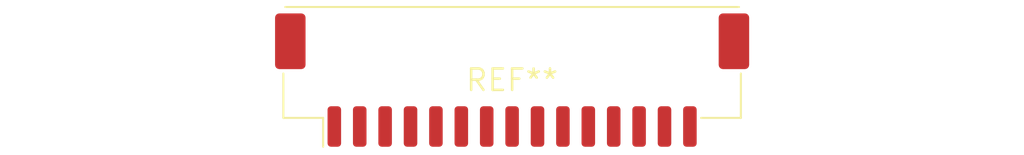
<source format=kicad_pcb>
(kicad_pcb (version 20240108) (generator pcbnew)
  (layers (0 "F.Cu" signal) (31 "B.Cu" signal) (34 "B.Paste" user) (35 "F.Paste" user) (36 "B.SilkS" user "B.Silkscreen") (37 "F.SilkS" user "F.Silkscreen") (38 "B.Mask" user) (39 "F.Mask" user) (44 "Edge.Cuts" user))
  (net 0 "")
  (footprint "Molex_CLIK-Mate_505405-1570_1x15-1MP_P1.50mm_Vertical" (layer "F.Cu") (at 0 0)
    (property "Reference" "REF**")
    (property "Value" "Molex_CLIK-Mate_505405-1570_1x15-1MP_P1.50mm_Vertical")
    (fp_line (start -13.51 -0.39) (end -13.51 2.24) (layer "F.SilkS") (stroke (width 0.12)))
    (fp_line (start -13.51 2.24) (end -11.16 2.24) (layer "F.SilkS") (stroke (width 0.12)))
    (fp_line (start -13.4 -4.33) (end 13.4 -4.33) (layer "F.SilkS") (stroke (width 0.12)))
    (fp_line (start -11.16 2.24) (end -11.16 3.95) (layer "F.SilkS") (stroke (width 0.12)))
    (fp_line (start 13.51 -0.39) (end 13.51 2.24) (layer "F.SilkS") (stroke (width 0.12)))
    (fp_line (start 13.51 2.24) (end 11.16 2.24) (layer "F.SilkS") (stroke (width 0.12)))
    (pad "1" smd roundrect (at -10.5 2.75) (size 0.8 2.4) (layers "F.Cu" "F.Paste" "F.Mask"))
    (pad "2" smd roundrect (at -9 2.75) (size 0.8 2.4) (layers "F.Cu" "F.Paste" "F.Mask"))
    (pad "3" smd roundrect (at -7.5 2.75) (size 0.8 2.4) (layers "F.Cu" "F.Paste" "F.Mask"))
    (pad "4" smd roundrect (at -6 2.75) (size 0.8 2.4) (layers "F.Cu" "F.Paste" "F.Mask"))
    (pad "5" smd roundrect (at -4.5 2.75) (size 0.8 2.4) (layers "F.Cu" "F.Paste" "F.Mask"))
    (pad "6" smd roundrect (at -3 2.75) (size 0.8 2.4) (layers "F.Cu" "F.Paste" "F.Mask"))
    (pad "7" smd roundrect (at -1.5 2.75) (size 0.8 2.4) (layers "F.Cu" "F.Paste" "F.Mask"))
    (pad "8" smd roundrect (at 0 2.75) (size 0.8 2.4) (layers "F.Cu" "F.Paste" "F.Mask"))
    (pad "9" smd roundrect (at 1.5 2.75) (size 0.8 2.4) (layers "F.Cu" "F.Paste" "F.Mask"))
    (pad "10" smd roundrect (at 3 2.75) (size 0.8 2.4) (layers "F.Cu" "F.Paste" "F.Mask"))
    (pad "11" smd roundrect (at 4.5 2.75) (size 0.8 2.4) (layers "F.Cu" "F.Paste" "F.Mask"))
    (pad "12" smd roundrect (at 6 2.75) (size 0.8 2.4) (layers "F.Cu" "F.Paste" "F.Mask"))
    (pad "13" smd roundrect (at 7.5 2.75) (size 0.8 2.4) (layers "F.Cu" "F.Paste" "F.Mask"))
    (pad "14" smd roundrect (at 9 2.75) (size 0.8 2.4) (layers "F.Cu" "F.Paste" "F.Mask"))
    (pad "15" smd roundrect (at 10.5 2.75) (size 0.8 2.4) (layers "F.Cu" "F.Paste" "F.Mask"))
    (pad "MP" smd roundrect (at -13.1 -2.3) (size 1.8 3.3) (layers "F.Cu" "F.Paste" "F.Mask") (roundrect_rratio 0.138889))
    (pad "MP" smd roundrect (at 13.1 -2.3) (size 1.8 3.3) (layers "F.Cu" "F.Paste" "F.Mask") (roundrect_rratio 0.138889))
  )
)
</source>
